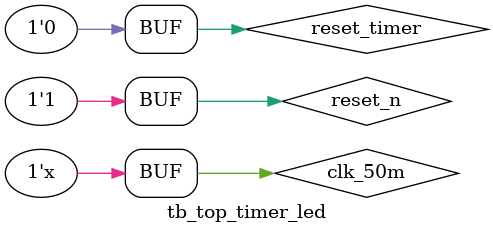
<source format=sv>
`timescale 1 ns/ 1 ns

module tb_top_timer_led ();

`define SIM = 1
parameter   CLK_PERIOD    = 20;     // 50 MHz clock

reg         clk_50m = 0;
reg         reset_n;
wire        n_sec_led; 
wire        n_min_led; 
wire        n_hour_led;
reg         reset_timer;

top_timer_led top_timer_led_inst
(
    .clk_50m             (clk_50m       ), 
    .reset_n             (reset_n       ), 
    .reset_timer         (reset_timer   ),     
    .n_sec_led           (n_sec_led     ),       
    .n_min_led           (n_min_led     ),       
    .n_hour_led          (n_hour_led    )       
);

// ------------------------------------
// Clock generation
// ------------------------------------
always
  begin
    #(CLK_PERIOD/2) clk_50m <= ~clk_50m;
  end
  
// ------------------------------------
// Reset generation
// ------------------------------------
initial
  begin
    reset_n        = 1'b0;
    #100 reset_n   = 1'b1; 
    reset_timer    = 1'b0; 
end

endmodule

</source>
